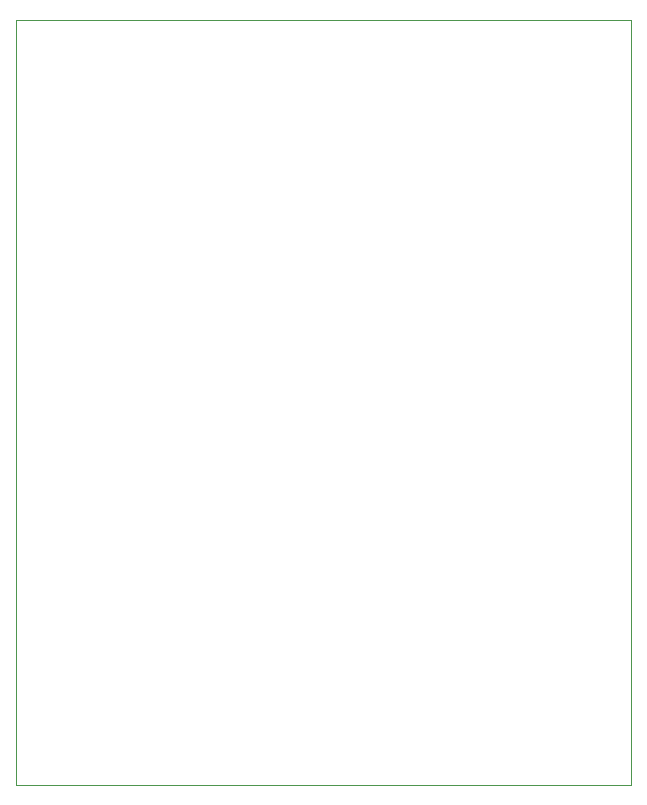
<source format=gbr>
%TF.GenerationSoftware,KiCad,Pcbnew,8.0.8*%
%TF.CreationDate,2025-02-20T22:09:20+11:00*%
%TF.ProjectId,panel,70616e65-6c2e-46b6-9963-61645f706362,rev?*%
%TF.SameCoordinates,Original*%
%TF.FileFunction,Profile,NP*%
%FSLAX46Y46*%
G04 Gerber Fmt 4.6, Leading zero omitted, Abs format (unit mm)*
G04 Created by KiCad (PCBNEW 8.0.8) date 2025-02-20 22:09:20*
%MOMM*%
%LPD*%
G01*
G04 APERTURE LIST*
%TA.AperFunction,Profile*%
%ADD10C,0.100000*%
%TD*%
G04 APERTURE END LIST*
D10*
X174535000Y-84799500D02*
X174535000Y-79799500D01*
X122465000Y-25000000D02*
X122465000Y-25999500D01*
X122465000Y-67639500D02*
X122465000Y-77799500D01*
X122465000Y-26999500D02*
X122465000Y-37159500D01*
X174535000Y-78799500D02*
X174535000Y-77799500D01*
X174535000Y-26999500D02*
X174535000Y-25999500D01*
X174535000Y-79799500D02*
X174535000Y-78799500D01*
X122465000Y-37159500D02*
X122465000Y-47319500D01*
X174535000Y-77799500D02*
X174535000Y-67639500D01*
X122465000Y-20000000D02*
X122465000Y-25000000D01*
X122465000Y-78799500D02*
X122465000Y-79799500D01*
X174535000Y-47319500D02*
X174535000Y-37159500D01*
X174535000Y-57479500D02*
X174535000Y-47319500D01*
X122465000Y-25999500D02*
X122465000Y-26999500D01*
X122465000Y-84799500D02*
X174535000Y-84799500D01*
X174535000Y-20000000D02*
X122465000Y-20000000D01*
X122465000Y-79799500D02*
X122465000Y-84799500D01*
X174535000Y-37159500D02*
X174535000Y-26999500D01*
X122465000Y-47319500D02*
X122465000Y-57479500D01*
X122465000Y-77799500D02*
X122465000Y-78799500D01*
X122465000Y-57479500D02*
X122465000Y-67639500D01*
X174535000Y-25999500D02*
X174535000Y-25000000D01*
X174535000Y-67639500D02*
X174535000Y-57479500D01*
X174535000Y-25000000D02*
X174535000Y-20000000D01*
M02*

</source>
